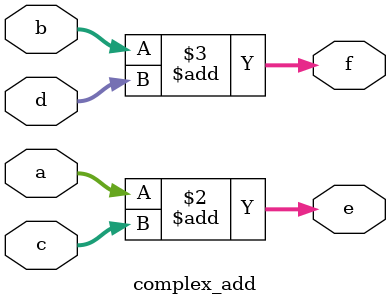
<source format=v>
module FFT(clk, rst, fir_valid, fir_d,
           fft_valid,
           fft_d0, fft_d1, fft_d2 , fft_d3 , fft_d4 , fft_d5 , fft_d6 , fft_d7,
           fft_d8, fft_d9, fft_d10, fft_d11, fft_d12, fft_d13, fft_d14, fft_d15);

input             clk, rst;
input             fir_valid;
input      [15:0] fir_d;
output reg        fft_valid;
output reg [31:0] fft_d0;
output reg [31:0] fft_d1;
output reg [31:0] fft_d2;
output reg [31:0] fft_d3;
output reg [31:0] fft_d4;
output reg [31:0] fft_d5;
output reg [31:0] fft_d6;
output reg [31:0] fft_d7;
output reg [31:0] fft_d8;
output reg [31:0] fft_d9;
output reg [31:0] fft_d10;
output reg [31:0] fft_d11;
output reg [31:0] fft_d12;
output reg [31:0] fft_d13;
output reg [31:0] fft_d14;
output reg [31:0] fft_d15;

reg        [10:0] rd_idx;

reg        [31:0] x_in       [15:0];
wire       [31:0] x_out_real [15:0];
wire       [31:0] x_out_imag [15:0];

integer i;

always@(posedge clk, posedge rst) begin
    if (rst) begin
        rd_idx    <= 0;
        fft_valid <= 0;
    end
    else begin
        if (fir_valid) begin
            if (rd_idx > 1 && rd_idx[3:0] == 4'd0) begin
                fft_valid <= 1;
                fft_d0  <= {x_out_real[ 0][23:8], x_out_imag[ 0][23:8]};
                fft_d1  <= {x_out_real[ 1][23:8], x_out_imag[ 1][23:8]};
                fft_d2  <= {x_out_real[ 2][23:8], x_out_imag[ 2][23:8]};
                fft_d3  <= {x_out_real[ 3][23:8], x_out_imag[ 3][23:8]};
                fft_d4  <= {x_out_real[ 4][23:8], x_out_imag[ 4][23:8]};
                fft_d5  <= {x_out_real[ 5][23:8], x_out_imag[ 5][23:8]};
                fft_d6  <= {x_out_real[ 6][23:8], x_out_imag[ 6][23:8]};
                fft_d7  <= {x_out_real[ 7][23:8], x_out_imag[ 7][23:8]};
                fft_d8  <= {x_out_real[ 8][23:8], x_out_imag[ 8][23:8]};
                fft_d9  <= {x_out_real[ 9][23:8], x_out_imag[ 9][23:8]};
                fft_d10 <= {x_out_real[10][23:8], x_out_imag[10][23:8]};
                fft_d11 <= {x_out_real[11][23:8], x_out_imag[11][23:8]};
                fft_d12 <= {x_out_real[12][23:8], x_out_imag[12][23:8]};
                fft_d13 <= {x_out_real[13][23:8], x_out_imag[13][23:8]};
                fft_d14 <= {x_out_real[14][23:8], x_out_imag[14][23:8]};
                fft_d15 <= {x_out_real[15][23:8], x_out_imag[15][23:8]};
            end
            else begin
                fft_valid <= 0;
            end
            
            for (i = 0; i <= 14; i = i + 1) begin
                x_in[i] <= x_in[i+1];
            end
            x_in[15]    <= {{8{fir_d[15]}}, fir_d, 8'b0};
            
            rd_idx <= rd_idx + 1;
        end
    end
end

FFT_Submodule #(.N(16)) fft_sub(
    {x_in[15], x_in[7], x_in[11], x_in[3], x_in[13], x_in[5], x_in[9], x_in[1], x_in[14], x_in[6], x_in[10], x_in[2], x_in[12], x_in[4], x_in[8], x_in[0]},
    {32'b0, 32'b0, 32'b0, 32'b0, 32'b0, 32'b0, 32'b0, 32'b0, 32'b0, 32'b0, 32'b0, 32'b0, 32'b0, 32'b0, 32'b0, 32'b0},
    {x_out_real[15], x_out_real[14], x_out_real[13], x_out_real[12], x_out_real[11], x_out_real[10], x_out_real[9], x_out_real[8], x_out_real[7], x_out_real[6], x_out_real[5], x_out_real[4], x_out_real[3], x_out_real[2], x_out_real[1], x_out_real[0]},
    {x_out_imag[15], x_out_imag[14], x_out_imag[13], x_out_imag[12], x_out_imag[11], x_out_imag[10], x_out_imag[9], x_out_imag[8], x_out_imag[7], x_out_imag[6], x_out_imag[5], x_out_imag[4], x_out_imag[3], x_out_imag[2], x_out_imag[1], x_out_imag[0]}
);

endmodule



//----------------------------------------------------------------
module FFT_Submodule #(parameter N = 16) (in_real, in_imag, out_real, out_imag);
//----------------------------------------------------------------
`define BUS(i)   (BITS*(i)+BITS-1):(BITS*(i)) // the bus of i-th variable

localparam MAX_N = 16;
localparam M     = N / 2;
localparam BITS  = 32;

input       [N*BITS-1:0] in_real;
input       [N*BITS-1:0] in_imag;
output wire [N*BITS-1:0] out_real;
output wire [N*BITS-1:0] out_imag;
wire        [N*BITS-1:0] outsub_real;
wire        [N*BITS-1:0] outsub_imag;
wire              [31:0] W_outsub_real [M-1:0];
wire              [31:0] W_outsub_imag [M-1:0];

wire [31:0] W_REAL [7:0];
wire [31:0] W_IMAG [7:0];
assign W_REAL[0] = 32'h00010000;
assign W_REAL[1] = 32'h0000EC83;
assign W_REAL[2] = 32'h0000B504;
assign W_REAL[3] = 32'h000061F7;
assign W_REAL[4] = 32'h00000000;
assign W_REAL[5] = 32'hFFFF9E09;
assign W_REAL[6] = 32'hFFFF4AFC;
assign W_REAL[7] = 32'hFFFF137D;
assign W_IMAG[0] = 32'h00000000;
assign W_IMAG[1] = 32'hFFFF9E09;
assign W_IMAG[2] = 32'hFFFF4AFC;
assign W_IMAG[3] = 32'hFFFF137D;
assign W_IMAG[4] = 32'hFFFF0000;
assign W_IMAG[5] = 32'hFFFF137D;
assign W_IMAG[6] = 32'hFFFF4AFC;
assign W_IMAG[7] = 32'hFFFF9E09;

generate
    if (N > 1) begin
        FFT_Submodule #(.N(N/2)) fft_sub1(in_real[N*BITS/2-1:0],      in_imag[N*BITS/2-1:0],      outsub_real[N*BITS/2-1:0],      outsub_imag[N*BITS/2-1:0]);
        FFT_Submodule #(.N(N/2)) fft_sub2(in_real[N*BITS-1:N*BITS/2], in_imag[N*BITS-1:N*BITS/2], outsub_real[N*BITS-1:N*BITS/2], outsub_imag[N*BITS-1:N*BITS/2]);
    end
    else begin
        assign out_real = in_real;
        assign out_imag = in_imag;
    end
endgenerate

genvar i;
generate 
    for (i = 0; i < M; i = i + 1) begin: FFT_SUB
        localparam w_idx = MAX_N*i/N;
        complex_mul cm(
            W_REAL[w_idx], W_IMAG[w_idx], 
            outsub_real[`BUS(i+M)], outsub_imag[`BUS(i+M)], 
            W_outsub_real[i], W_outsub_imag[i]);

        // W_outsub is (outsub[i+M] * W[MAX_N*i/N])

        complex_add ca1(
            outsub_real[`BUS(i)], outsub_imag[`BUS(i)], 
            W_outsub_real[i], W_outsub_imag[i], 
            out_real[`BUS(i)], out_imag[`BUS(i)]);
        complex_add ca2(
            outsub_real[`BUS(i)], outsub_imag[`BUS(i)], 
            ~W_outsub_real[i]+1, ~W_outsub_imag[i]+1, 
            out_real[`BUS(i+M)], out_imag[`BUS(i+M)]);
        // out[i]   = outsub[i] + outsub[i+M] * W[MAX_N*i/N];
        // out[i+M] = outsub[i] - outsub[i+M] * W[MAX_N*i/N];
    end
endgenerate

`undef BUS
endmodule

//----------------------------------------------------------------
module fp_mul(_vc, _vx, vy);
//----------------------------------------------------------------
    input      [31:0] _vc; /* 1 bit, 15 bits, 16 bits */
    input      [31:0] _vx; /* 1 bit, 15 bits, 16 bits */
    reg        [31:0] vc;  /* 1 bit, 15 bits, 16 bits */
    reg        [31:0] vx;  /* 1 bit, 15 bits, 16 bits */
    output reg [31:0] vy;  /* 1 bit, 15 bits, 16 bits */
    reg        [47:0] vt;  /* intermediate value      */

    wire s = _vc[31] ^ _vx[31];

    always@(*)begin
        if (_vc[31])
            vc = ~_vc + 1;
        else
            vc = _vc;
    end

    always @(*) begin
        if (_vx[31])
            vx = ~_vx + 1;
        else
            vx = _vx;
    end

    always @(*) begin
        vt = vc * vx;
        if (s == 0)
            vy = vt[47:16] + vt[15];
        else
            vy = ~(vt[47:16] + vt[15]) + 1;
    end
endmodule

//----------------------------------------------------------------
module complex_mul(a, b, c, d, e, f);
//----------------------------------------------------------------
    // a + bi
    input  [31:0] a;
    input  [31:0] b;
    // c + di
    input  [31:0] c;
    input  [31:0] d;
    // e + fi
    output [31:0] e; // ac - bd
    output [31:0] f; // ad + bc
    wire   [31:0] ac;
    wire   [31:0] bd;
    wire   [31:0] ad;
    wire   [31:0] bc;
    
    fp_mul ac_mul(a, c, ac);
    fp_mul bd_mul(b, d, bd);
    assign e = ac - bd;

    fp_mul ad_mul(a, d, ad);
    fp_mul bc_mul(b, c, bc);
    assign f = ad + bc;
endmodule

//----------------------------------------------------------------
module complex_add(a, b, c, d, e, f);
//----------------------------------------------------------------
    // a + bi
    input  [31:0] a;
    input  [31:0] b;
    // c + di
    input  [31:0] c;
    input  [31:0] d;
    // e + fi
    output [31:0] e;
    output [31:0] f;
    assign e = a + c;
    assign f = b + d;
endmodule
</source>
